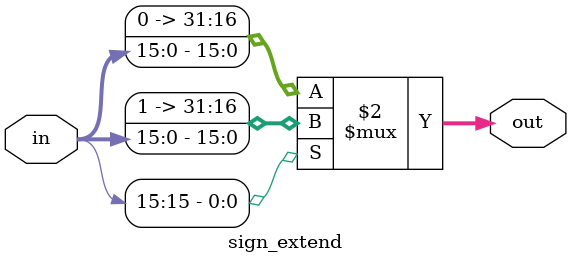
<source format=v>
module sign_extend #(
    parameter in_width = 16,
    parameter out_width = 32
)(
    input [in_width-1 : 0] in,
    output [out_width-1 : 0] out
);

generate
if(in_width>out_width)
    $error("bad usage of sign_extend.v");
endgenerate

assign out =  in[in_width-1]  ?  {{(out_width-in_width){1'b1}}, in}  :  in;

endmodule

</source>
